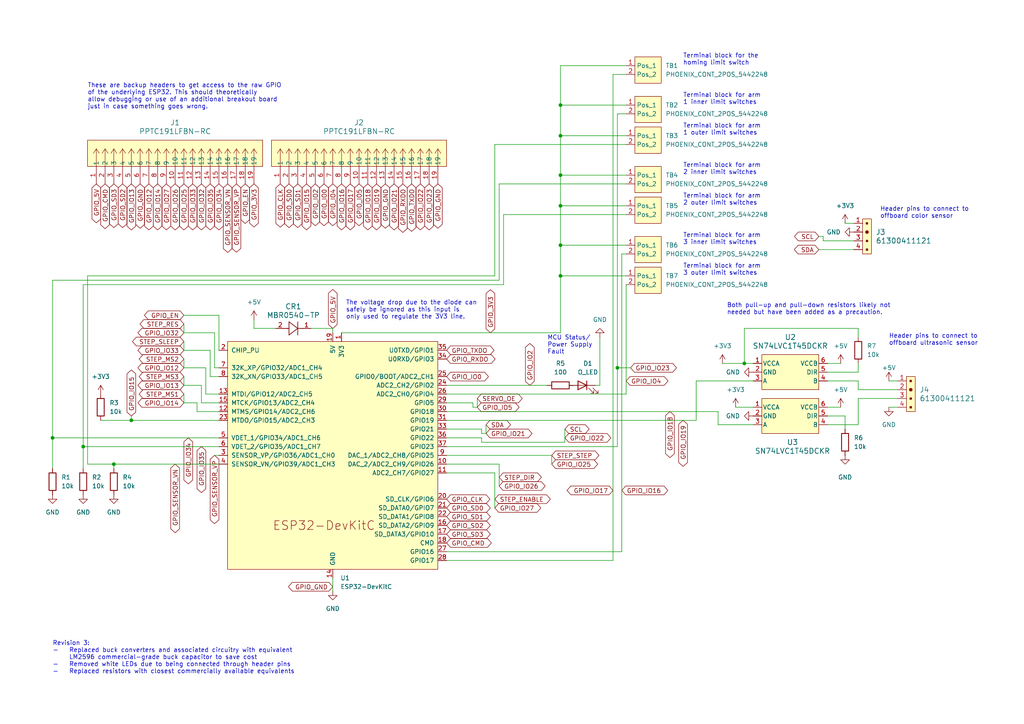
<source format=kicad_sch>
(kicad_sch (version 20230121) (generator eeschema)
  (paper "A4")
  (title_block (title "Norbert Control Board v1 - MCU and Sensors") (date "2023-11-09") (rev "Rev 3") (company "ME380 - Team 20") (comment 1 "Author: Samuel Street"))
  (lib_symbols
    (symbol "Device:LED" (pin_numbers hide) (pin_names (offset 1.016) hide)
      (property "Reference" "D" (at 0 2.54 0))
      (property "Value" "LED" (at 0 -2.54 0))
      (symbol "LED_1_1"
        (pin passive line (at -3.81 0 0) (length 2.54) (name "K") (number "1"))
        (pin passive line (at 3.81 0 180) (length 2.54) (name "A") (number "2"))
      )
    )
    (symbol "Device:R" (pin_numbers hide) (pin_names (offset 0))
      (property "Reference" "R" (at 2.032 0 90))
      (property "Value" "R" (at 0 0 90))
      (symbol "R_1_1"
        (pin passive line (at 0 3.81 270) (length 1.27) (name "~") (number "1"))
        (pin passive line (at 0 -3.81 90) (length 1.27) (name "~") (number "2"))
      )
    )
    (symbol "PCM_Espressif:ESP32-DevKitC" (pin_names (offset 1.016))
      (property "Reference" "U" (at -30.48 38.1 0))
      (property "Value" "ESP32-DevKitC" (at -30.48 35.56 0))
      (symbol "ESP32-DevKitC_0_0"
        (text "ESP32-DevKitC" (at -2.54 -20.32 0) (effects (font (size 2.54 2.54))))
        (pin power_in line (at 0 -35.56 90) (length 2.54) (name "GND") (number "14"))
        (pin power_in line (at 0 35.56 270) (length 2.54) (name "5V") (number "19"))
      )
      (symbol "ESP32-DevKitC_1_1"
        (pin power_in line (at 2.54 35.56 270) (length 2.54) (name "3V3") (number "1"))
        (pin bidirectional line (at 33.02 -2.54 180) (length 2.54) (name "DAC_2/ADC2_CH9/GPIO26") (number "10"))
        (pin bidirectional line (at 33.02 -5.08 180) (length 2.54) (name "ADC2_CH7/GPIO27") (number "11"))
        (pin bidirectional line (at -33.02 12.7 0) (length 2.54) (name "MTMS/GPIO14/ADC2_CH6") (number "12"))
        (pin bidirectional line (at -33.02 17.78 0) (length 2.54) (name "MTDI/GPIO12/ADC2_CH5") (number "13"))
        (pin bidirectional line (at -33.02 15.24 0) (length 2.54) (name "MTCK/GPIO13/ADC2_CH4") (number "15"))
        (pin bidirectional line (at 33.02 -20.32 180) (length 2.54) (name "SD_DATA2/GPIO9") (number "16"))
        (pin bidirectional line (at 33.02 -22.86 180) (length 2.54) (name "SD_DATA3/GPIO10") (number "17"))
        (pin bidirectional line (at 33.02 -25.4 180) (length 2.54) (name "CMD") (number "18"))
        (pin input line (at -33.02 30.48 0) (length 2.54) (name "CHIP_PU") (number "2"))
        (pin bidirectional line (at 33.02 -12.7 180) (length 2.54) (name "SD_CLK/GPIO6") (number "20"))
        (pin bidirectional line (at 33.02 -15.24 180) (length 2.54) (name "SD_DATA0/GPIO7") (number "21"))
        (pin bidirectional line (at 33.02 -17.78 180) (length 2.54) (name "SD_DATA1/GPIO8") (number "22"))
        (pin bidirectional line (at -33.02 10.16 0) (length 2.54) (name "MTDO/GPIO15/ADC2_CH3") (number "23"))
        (pin bidirectional line (at 33.02 20.32 180) (length 2.54) (name "ADC2_CH2/GPIO2") (number "24"))
        (pin bidirectional line (at 33.02 22.86 180) (length 2.54) (name "GPIO0/BOOT/ADC2_CH1") (number "25"))
        (pin bidirectional line (at 33.02 17.78 180) (length 2.54) (name "ADC2_CH0/GPIO4") (number "26"))
        (pin bidirectional line (at 33.02 -27.94 180) (length 2.54) (name "GPIO16") (number "27"))
        (pin bidirectional line (at 33.02 -30.48 180) (length 2.54) (name "GPIO17") (number "28"))
        (pin bidirectional line (at 33.02 15.24 180) (length 2.54) (name "GPIO5") (number "29"))
        (pin input line (at -33.02 0 0) (length 2.54) (name "SENSOR_VP/GPIO36/ADC1_CH0") (number "3"))
        (pin bidirectional line (at 33.02 12.7 180) (length 2.54) (name "GPIO18") (number "30"))
        (pin bidirectional line (at 33.02 10.16 180) (length 2.54) (name "GPIO19") (number "31"))
        (pin passive line (at 0 -35.56 90) (length 2.54) hide (name "GND") (number "32"))
        (pin bidirectional line (at 33.02 7.62 180) (length 2.54) (name "GPIO21") (number "33"))
        (pin bidirectional line (at 33.02 27.94 180) (length 2.54) (name "U0RXD/GPIO3") (number "34"))
        (pin bidirectional line (at 33.02 30.48 180) (length 2.54) (name "U0TXD/GPIO1") (number "35"))
        (pin bidirectional line (at 33.02 5.08 180) (length 2.54) (name "GPIO22") (number "36"))
        (pin bidirectional line (at 33.02 2.54 180) (length 2.54) (name "GPIO23") (number "37"))
        (pin passive line (at 0 -35.56 90) (length 2.54) hide (name "GND") (number "38"))
        (pin input line (at -33.02 -2.54 0) (length 2.54) (name "SENSOR_VN/GPIO39/ADC1_CH3") (number "4"))
        (pin input line (at -33.02 5.08 0) (length 2.54) (name "VDET_1/GPIO34/ADC1_CH6") (number "5"))
        (pin input line (at -33.02 2.54 0) (length 2.54) (name "VDET_2/GPIO35/ADC1_CH7") (number "6"))
        (pin bidirectional line (at -33.02 25.4 0) (length 2.54) (name "32K_XP/GPIO32/ADC1_CH4") (number "7"))
        (pin bidirectional line (at -33.02 22.86 0) (length 2.54) (name "32K_XN/GPIO33/ADC1_CH5") (number "8"))
        (pin bidirectional line (at 33.02 0 180) (length 2.54) (name "DAC_1/ADC2_CH8/GPIO25") (number "9"))
      )
    )
    (symbol "phoenix_contacts:PHOENIX_CONT_2POS_5442248"
      (property "Reference" "TB" (at 0 0 0))
      (property "Value" "PHOENIX_CONT_2POS_5442248" (at 0 0 0))
      (symbol "PHOENIX_CONT_2POS_5442248_1_1"
        (pin bidirectional line (at -6.35 1.27 0) (length 2.54) (name "Pos_1") (number "1"))
        (pin bidirectional line (at -6.35 -1.27 0) (length 2.54) (name "Pos_2") (number "2"))
      )
    )
    (symbol "power:+3V3" (power) (pin_names (offset 0))
      (property "Value" "+3V3" (at 0 3.556 0))
      (symbol "+3V3_1_1"
        (pin power_in line (at 0 0 90) (length 0) hide (name "+3V3") (number "1"))
      )
    )
    (symbol "power:+5V" (power) (pin_names (offset 0))
      (property "Value" "+5V" (at 0 3.556 0))
      (symbol "+5V_1_1"
        (pin power_in line (at 0 0 90) (length 0) hide (name "+5V") (number "1"))
      )
    )
    (symbol "power:GND" (power) (pin_names (offset 0))
      (property "Value" "GND" (at 0 -3.81 0))
      (symbol "GND_1_1"
        (pin power_in line (at 0 0 270) (length 0) hide (name "GND") (number "1"))
      )
    )
    (symbol "ul_61300411121:61300411121" (pin_names (offset 0.254))
      (property "Reference" "J" (at 0 0 0))
      (property "Value" "61300411121" (at 0 0 0))
      (symbol "61300411121_1_1"
        (pin unspecified line (at -3.81 3.81 0) (length 2.54) (name "") (number "1"))
        (pin unspecified line (at -3.81 1.27 0) (length 2.54) (name "") (number "2"))
        (pin unspecified line (at -3.81 -1.27 0) (length 2.54) (name "") (number "3"))
        (pin unspecified line (at -3.81 -3.81 0) (length 2.54) (name "") (number "4"))
      )
      (symbol "61300411121_1_2"
        (pin unspecified line (at 0 0 0) (length 5.08) (name "1") (number "1"))
        (pin unspecified line (at 0 -2.54 0) (length 5.08) (name "2") (number "2"))
        (pin unspecified line (at 0 -5.08 0) (length 5.08) (name "3") (number "3"))
        (pin unspecified line (at 0 -7.62 0) (length 5.08) (name "4") (number "4"))
      )
    )
    (symbol "ul_MBR0540-TP:MBR0540-TP" (pin_names (offset 0.254))
      (property "Reference" "CR" (at 5.08 4.445 0))
      (property "Value" "MBR0540-TP" (at 5.08 -3.81 0))
      (symbol "MBR0540-TP_1_1"
        (pin unspecified line (at 10.16 0 180) (length 2.54) (name "") (number "1"))
        (pin unspecified line (at 0 0 0) (length 2.54) (name "") (number "2"))
      )
      (symbol "MBR0540-TP_1_2"
        (pin unspecified line (at 0 10.16 270) (length 2.54) (name "") (number "1"))
        (pin unspecified line (at 0 0 90) (length 2.54) (name "") (number "2"))
      )
    )
    (symbol "ul_PPTC191LFBN-RC:PPTC191LFBN-RC" (pin_names (offset 0.254))
      (property "Reference" "J" (at 0 29.21 0))
      (property "Value" "PPTC191LFBN-RC" (at 0 0 0))
      (symbol "PPTC191LFBN-RC_1_1"
        (pin unspecified line (at -8.89 22.86 0) (length 5.08) (name "1") (number "1"))
        (pin unspecified line (at -8.89 0 0) (length 5.08) (name "10") (number "10"))
        (pin unspecified line (at -8.89 -2.54 0) (length 5.08) (name "11") (number "11"))
        (pin unspecified line (at -8.89 -5.08 0) (length 5.08) (name "12") (number "12"))
        (pin unspecified line (at -8.89 -7.62 0) (length 5.08) (name "13") (number "13"))
        (pin unspecified line (at -8.89 -10.16 0) (length 5.08) (name "14") (number "14"))
        (pin unspecified line (at -8.89 -12.7 0) (length 5.08) (name "15") (number "15"))
        (pin unspecified line (at -8.89 -15.24 0) (length 5.08) (name "16") (number "16"))
        (pin unspecified line (at -8.89 -17.78 0) (length 5.08) (name "17") (number "17"))
        (pin unspecified line (at -8.89 -20.32 0) (length 5.08) (name "18") (number "18"))
        (pin unspecified line (at -8.89 -22.86 0) (length 5.08) (name "19") (number "19"))
        (pin unspecified line (at -8.89 20.32 0) (length 5.08) (name "2") (number "2"))
        (pin unspecified line (at -8.89 17.78 0) (length 5.08) (name "3") (number "3"))
        (pin unspecified line (at -8.89 15.24 0) (length 5.08) (name "4") (number "4"))
        (pin unspecified line (at -8.89 12.7 0) (length 5.08) (name "5") (number "5"))
        (pin unspecified line (at -8.89 10.16 0) (length 5.08) (name "6") (number "6"))
        (pin unspecified line (at -8.89 7.62 0) (length 5.08) (name "7") (number "7"))
        (pin unspecified line (at -8.89 5.08 0) (length 5.08) (name "8") (number "8"))
        (pin unspecified line (at -8.89 2.54 0) (length 5.08) (name "9") (number "9"))
      )
      (symbol "PPTC191LFBN-RC_1_2"
        (pin unspecified line (at 0 0 0) (length 5.08) (name "1") (number "1"))
        (pin unspecified line (at 0 -22.86 0) (length 5.08) (name "10") (number "10"))
        (pin unspecified line (at 0 -25.4 0) (length 5.08) (name "11") (number "11"))
        (pin unspecified line (at 0 -27.94 0) (length 5.08) (name "12") (number "12"))
        (pin unspecified line (at 0 -30.48 0) (length 5.08) (name "13") (number "13"))
        (pin unspecified line (at 0 -33.02 0) (length 5.08) (name "14") (number "14"))
        (pin unspecified line (at 0 -35.56 0) (length 5.08) (name "15") (number "15"))
        (pin unspecified line (at 0 -38.1 0) (length 5.08) (name "16") (number "16"))
        (pin unspecified line (at 0 -40.64 0) (length 5.08) (name "17") (number "17"))
        (pin unspecified line (at 0 -43.18 0) (length 5.08) (name "18") (number "18"))
        (pin unspecified line (at 0 -45.72 0) (length 5.08) (name "19") (number "19"))
        (pin unspecified line (at 0 -2.54 0) (length 5.08) (name "2") (number "2"))
        (pin unspecified line (at 0 -5.08 0) (length 5.08) (name "3") (number "3"))
        (pin unspecified line (at 0 -7.62 0) (length 5.08) (name "4") (number "4"))
        (pin unspecified line (at 0 -10.16 0) (length 5.08) (name "5") (number "5"))
        (pin unspecified line (at 0 -12.7 0) (length 5.08) (name "6") (number "6"))
        (pin unspecified line (at 0 -15.24 0) (length 5.08) (name "7") (number "7"))
        (pin unspecified line (at 0 -17.78 0) (length 5.08) (name "8") (number "8"))
        (pin unspecified line (at 0 -20.32 0) (length 5.08) (name "9") (number "9"))
      )
    )
    (symbol "ul_SN74LVC1T45DCKR:SN74LVC1T45DCKR" (pin_names (offset 0.254))
      (property "Reference" "U" (at 0 0 0))
      (property "Value" "SN74LVC1T45DCKR" (at 0 0 0))
      (symbol "SN74LVC1T45DCKR_1_1"
        (pin power_in line (at -10.16 2.54 0) (length 2.54) (name "VCCA") (number "1"))
        (pin power_in line (at -10.16 0 0) (length 2.54) (name "GND") (number "2"))
        (pin input line (at -10.16 -2.54 0) (length 2.54) (name "A") (number "3"))
        (pin input line (at 11.43 -2.54 180) (length 2.54) (name "B") (number "4"))
        (pin input line (at 11.43 0 180) (length 2.54) (name "DIR") (number "5"))
        (pin power_in line (at 11.43 2.54 180) (length 2.54) (name "VCCB") (number "6"))
      )
    )
  )
  (junction (at 179.07 106.68))
  (junction (at 162.56 59.69))
  (junction (at 162.56 50.8))
  (junction (at 162.56 80.01))
  (junction (at 215.9 105.41))
  (junction (at 162.56 39.37))
  (junction (at 38.1 121.92))
  (junction (at 33.02 134.62))
  (junction (at 24.13 129.54))
  (junction (at 15.24 127))
  (junction (at 162.56 71.12))
  (junction (at 162.56 30.48))
  (wire (pts (xy 248.92 110.49) (xy 248.92 113.03)))
  (wire (pts (xy 144.78 134.62) (xy 144.78 140.97)))
  (wire (pts (xy 162.56 80.01) (xy 181.61 80.01)))
  (wire (pts (xy 257.81 118.11) (xy 260.35 118.11)))
  (wire (pts (xy 129.54 124.46) (xy 139.7 124.46)))
  (wire (pts (xy 25.4 80.01) (xy 25.4 134.62)))
  (wire (pts (xy 53.34 109.22) (xy 53.34 111.76)))
  (wire (pts (xy 237.49 72.39) (xy 247.65 72.39)))
  (wire (pts (xy 240.03 123.19) (xy 248.92 123.19)))
  (wire (pts (xy 257.81 110.49) (xy 260.35 110.49)))
  (wire (pts (xy 248.92 105.41) (xy 248.92 107.95)))
  (wire (pts (xy 53.34 114.3) (xy 53.34 116.84)))
  (wire (pts (xy 138.43 115.57) (xy 138.43 118.11)))
  (wire (pts (xy 15.24 127) (xy 15.24 135.89)))
  (wire (pts (xy 248.92 123.19) (xy 248.92 115.57)))
  (wire (pts (xy 29.21 121.92) (xy 38.1 121.92)))
  (wire (pts (xy 182.88 106.68) (xy 179.07 106.68)))
  (wire (pts (xy 53.34 104.14) (xy 53.34 106.68)))
  (wire (pts (xy 208.28 119.38) (xy 208.28 123.19)))
  (wire (pts (xy 53.34 96.52) (xy 53.34 93.98)))
  (wire (pts (xy 173.99 97.79) (xy 173.99 111.76)))
  (wire (pts (xy 139.7 125.73) (xy 140.97 125.73)))
  (wire (pts (xy 53.34 99.06) (xy 53.34 101.6)))
  (wire (pts (xy 129.54 160.02) (xy 180.34 160.02)))
  (wire (pts (xy 140.97 125.73) (xy 140.97 123.19)))
  (wire (pts (xy 180.34 73.66) (xy 181.61 73.66)))
  (wire (pts (xy 209.55 105.41) (xy 215.9 105.41)))
  (wire (pts (xy 144.78 81.28) (xy 144.78 53.34)))
  (wire (pts (xy 59.69 114.3) (xy 63.5 114.3)))
  (wire (pts (xy 57.15 116.84) (xy 57.15 119.38)))
  (wire (pts (xy 129.54 119.38) (xy 208.28 119.38)))
  (wire (pts (xy 73.66 92.71) (xy 73.66 95.25)))
  (wire (pts (xy 179.07 33.02) (xy 179.07 106.68)))
  (wire (pts (xy 96.52 95.25) (xy 96.52 96.52)))
  (wire (pts (xy 144.78 81.28) (xy 15.24 81.28)))
  (wire (pts (xy 201.93 121.92) (xy 201.93 110.49)))
  (wire (pts (xy 201.93 110.49) (xy 218.44 110.49)))
  (wire (pts (xy 240.03 120.65) (xy 245.11 120.65)))
  (wire (pts (xy 179.07 106.68) (xy 179.07 129.54)))
  (wire (pts (xy 96.52 171.45) (xy 96.52 167.64)))
  (wire (pts (xy 63.5 91.44) (xy 63.5 101.6)))
  (wire (pts (xy 162.56 96.52) (xy 99.06 96.52)))
  (wire (pts (xy 177.8 21.59) (xy 177.8 162.56)))
  (wire (pts (xy 63.5 109.22) (xy 60.96 109.22)))
  (wire (pts (xy 24.13 129.54) (xy 63.5 129.54)))
  (wire (pts (xy 237.49 68.58) (xy 238.76 68.58)))
  (wire (pts (xy 24.13 82.55) (xy 24.13 129.54)))
  (wire (pts (xy 73.66 95.25) (xy 80.01 95.25)))
  (wire (pts (xy 163.83 124.46) (xy 163.83 128.27)))
  (wire (pts (xy 143.51 137.16) (xy 129.54 137.16)))
  (wire (pts (xy 38.1 120.65) (xy 38.1 121.92)))
  (wire (pts (xy 160.02 134.62) (xy 160.02 132.08)))
  (wire (pts (xy 57.15 119.38) (xy 63.5 119.38)))
  (wire (pts (xy 58.42 116.84) (xy 63.5 116.84)))
  (wire (pts (xy 240.03 118.11) (xy 243.84 118.11)))
  (wire (pts (xy 162.56 71.12) (xy 181.61 71.12)))
  (wire (pts (xy 24.13 129.54) (xy 24.13 135.89)))
  (wire (pts (xy 62.23 132.08) (xy 63.5 132.08)))
  (wire (pts (xy 162.56 59.69) (xy 162.56 71.12)))
  (wire (pts (xy 33.02 134.62) (xy 63.5 134.62)))
  (wire (pts (xy 208.28 123.19) (xy 218.44 123.19)))
  (wire (pts (xy 162.56 71.12) (xy 162.56 80.01)))
  (wire (pts (xy 248.92 115.57) (xy 260.35 115.57)))
  (wire (pts (xy 139.7 127) (xy 139.7 128.27)))
  (wire (pts (xy 162.56 50.8) (xy 181.61 50.8)))
  (wire (pts (xy 53.34 91.44) (xy 63.5 91.44)))
  (wire (pts (xy 58.42 111.76) (xy 58.42 116.84)))
  (wire (pts (xy 53.34 111.76) (xy 58.42 111.76)))
  (wire (pts (xy 181.61 82.55) (xy 181.61 114.3)))
  (wire (pts (xy 60.96 109.22) (xy 60.96 101.6)))
  (wire (pts (xy 215.9 105.41) (xy 218.44 105.41)))
  (wire (pts (xy 59.69 106.68) (xy 59.69 114.3)))
  (wire (pts (xy 143.51 137.16) (xy 143.51 147.32)))
  (wire (pts (xy 129.54 129.54) (xy 179.07 129.54)))
  (wire (pts (xy 137.16 116.84) (xy 137.16 118.11)))
  (wire (pts (xy 173.99 111.76) (xy 172.72 111.76)))
  (wire (pts (xy 180.34 73.66) (xy 180.34 160.02)))
  (wire (pts (xy 162.56 59.69) (xy 181.61 59.69)))
  (wire (pts (xy 181.61 33.02) (xy 179.07 33.02)))
  (wire (pts (xy 146.05 82.55) (xy 24.13 82.55)))
  (wire (pts (xy 160.02 132.08) (xy 129.54 132.08)))
  (wire (pts (xy 165.1 111.76) (xy 166.37 111.76)))
  (wire (pts (xy 162.56 96.52) (xy 162.56 80.01)))
  (wire (pts (xy 245.11 120.65) (xy 245.11 124.46)))
  (wire (pts (xy 146.05 82.55) (xy 146.05 62.23)))
  (wire (pts (xy 129.54 114.3) (xy 181.61 114.3)))
  (wire (pts (xy 90.17 95.25) (xy 96.52 95.25)))
  (wire (pts (xy 162.56 39.37) (xy 181.61 39.37)))
  (wire (pts (xy 162.56 30.48) (xy 181.61 30.48)))
  (wire (pts (xy 129.54 127) (xy 139.7 127)))
  (wire (pts (xy 25.4 134.62) (xy 33.02 134.62)))
  (wire (pts (xy 248.92 95.25) (xy 215.9 95.25)))
  (wire (pts (xy 33.02 134.62) (xy 33.02 135.89)))
  (wire (pts (xy 139.7 128.27) (xy 163.83 128.27)))
  (wire (pts (xy 215.9 95.25) (xy 215.9 105.41)))
  (wire (pts (xy 129.54 116.84) (xy 137.16 116.84)))
  (wire (pts (xy 213.36 118.11) (xy 218.44 118.11)))
  (wire (pts (xy 238.76 68.58) (xy 238.76 69.85)))
  (wire (pts (xy 143.51 41.91) (xy 143.51 80.01)))
  (wire (pts (xy 129.54 111.76) (xy 158.75 111.76)))
  (wire (pts (xy 144.78 53.34) (xy 181.61 53.34)))
  (wire (pts (xy 144.78 134.62) (xy 129.54 134.62)))
  (wire (pts (xy 238.76 69.85) (xy 247.65 69.85)))
  (wire (pts (xy 53.34 96.52) (xy 62.23 96.52)))
  (wire (pts (xy 146.05 62.23) (xy 181.61 62.23)))
  (wire (pts (xy 162.56 39.37) (xy 162.56 50.8)))
  (wire (pts (xy 143.51 41.91) (xy 181.61 41.91)))
  (wire (pts (xy 15.24 81.28) (xy 15.24 127)))
  (wire (pts (xy 137.16 118.11) (xy 138.43 118.11)))
  (wire (pts (xy 15.24 127) (xy 63.5 127)))
  (wire (pts (xy 139.7 124.46) (xy 139.7 125.73)))
  (wire (pts (xy 162.56 50.8) (xy 162.56 59.69)))
  (wire (pts (xy 129.54 121.92) (xy 201.93 121.92)))
  (wire (pts (xy 240.03 105.41) (xy 243.84 105.41)))
  (wire (pts (xy 240.03 107.95) (xy 248.92 107.95)))
  (wire (pts (xy 53.34 116.84) (xy 57.15 116.84)))
  (wire (pts (xy 177.8 21.59) (xy 181.61 21.59)))
  (wire (pts (xy 38.1 121.92) (xy 63.5 121.92)))
  (wire (pts (xy 60.96 101.6) (xy 53.34 101.6)))
  (wire (pts (xy 248.92 113.03) (xy 260.35 113.03)))
  (wire (pts (xy 245.11 64.77) (xy 247.65 64.77)))
  (wire (pts (xy 162.56 19.05) (xy 181.61 19.05)))
  (wire (pts (xy 162.56 30.48) (xy 162.56 39.37)))
  (wire (pts (xy 129.54 162.56) (xy 177.8 162.56)))
  (wire (pts (xy 143.51 80.01) (xy 25.4 80.01)))
  (wire (pts (xy 248.92 95.25) (xy 248.92 97.79)))
  (wire (pts (xy 53.34 106.68) (xy 59.69 106.68)))
  (wire (pts (xy 62.23 106.68) (xy 63.5 106.68)))
  (wire (pts (xy 240.03 110.49) (xy 248.92 110.49)))
  (wire (pts (xy 162.56 19.05) (xy 162.56 30.48)))
  (wire (pts (xy 62.23 96.52) (xy 62.23 106.68)))
  (text "Header pins to connect to\noffboard ultrasonic sensor" (at 257.81 100.33 0) (effects (font (size 1.27 1.27)) (justify left bottom)))
  (text "Revision 3:\n-	Replaced buck converters and associated circuitry with equivalent\n	LM2596 commercial-grade buck capacitor to save cost\n-	Removed white LEDs due to being connected through header pins\n-	Replaced resistors with closest commercially available equivalents" (at 15.24 195.58 0) (effects (font (size 1.27 1.27)) (justify left bottom)))
  (text "Terminal block for the\nhoming limit switch" (at 198.12 19.05 0) (effects (font (size 1.27 1.27)) (justify left bottom)))
  (text "Terminal block for arm\n2 inner limit switches" (at 198.12 50.8 0) (effects (font (size 1.27 1.27)) (justify left bottom)))
  (text "These are backup headers to get access to the raw GPIO\nof the underlying ESP32. This should theoretically\nallow debugging or use of an additional breakout board\njust in case something goes wrong." (at 25.4 31.75 0) (effects (font (size 1.27 1.27)) (justify left bottom)))
  (text "Both pull-up and pull-down resistors likely not\nneeded but have been added as a precaution." (at 210.82 91.44 0) (effects (font (size 1.27 1.27)) (justify left bottom)))
  (text "MCU Status/\nPower Supply\nFault" (at 158.75 102.87 0) (effects (font (size 1.27 1.27)) (justify left bottom)))
  (text "Terminal block for arm\n3 outer limit switches" (at 198.12 80.01 0) (effects (font (size 1.27 1.27)) (justify left bottom)))
  (text "Header pins to connect to\noffboard color sensor" (at 255.27 63.5 0) (effects (font (size 1.27 1.27)) (justify left bottom)))
  (text "Terminal block for arm\n3 inner limit switches" (at 198.12 71.12 0) (effects (font (size 1.27 1.27)) (justify left bottom)))
  (text "Terminal block for arm\n1 outer limit switches" (at 198.12 39.37 0) (effects (font (size 1.27 1.27)) (justify left bottom)))
  (text "Terminal block for arm\n1 inner limit switches" (at 198.12 30.48 0) (effects (font (size 1.27 1.27)) (justify left bottom)))
  (text "The voltage drop due to the diode can\nsafely be ignored as this input is\nonly used to regulate the 3V3 line." (at 100.33 92.71 0) (effects (font (size 1.27 1.27)) (justify left bottom)))
  (text "Terminal block for arm\n2 outer limit switches" (at 198.12 59.69 0) (effects (font (size 1.27 1.27)) (justify left bottom)))
  (global_label "STEP_STEP" (shape bidirectional) (at 160.02 132.08 0) (property "Intersheetrefs" "${INTERSHEET_REFS}" (effects hide)))
  (global_label "GPIO_IO16" (shape bidirectional) (at 180.34 142.24 0) (property "Intersheetrefs" "${INTERSHEET_REFS}" (effects hide)))
  (global_label "GPIO_IO13" (shape bidirectional) (at 38.1 53.34 270) (property "Intersheetrefs" "${INTERSHEET_REFS}" (effects hide)))
  (global_label "GPIO_IO13" (shape bidirectional) (at 53.34 111.76 180) (property "Intersheetrefs" "${INTERSHEET_REFS}" (effects hide)))
  (global_label "GPIO_SD3" (shape bidirectional) (at 129.54 154.94 0) (property "Intersheetrefs" "${INTERSHEET_REFS}" (effects hide)))
  (global_label "SCL" (shape bidirectional) (at 237.49 68.58 180) (property "Intersheetrefs" "${INTERSHEET_REFS}" (effects hide)))
  (global_label "GPIO_RXDO" (shape bidirectional) (at 129.54 104.14 0) (property "Intersheetrefs" "${INTERSHEET_REFS}" (effects hide)))
  (global_label "GPIO_IO23" (shape bidirectional) (at 182.88 106.68 0) (property "Intersheetrefs" "${INTERSHEET_REFS}" (effects hide)))
  (global_label "GPIO_GND" (shape bidirectional) (at 40.64 53.34 270) (property "Intersheetrefs" "${INTERSHEET_REFS}" (effects hide)))
  (global_label "SDA" (shape bidirectional) (at 140.97 123.19 0) (property "Intersheetrefs" "${INTERSHEET_REFS}" (effects hide)))
  (global_label "GPIO_IO35" (shape bidirectional) (at 58.42 129.54 270) (property "Intersheetrefs" "${INTERSHEET_REFS}" (effects hide)))
  (global_label "GPIO_IO23" (shape bidirectional) (at 124.46 53.34 270) (property "Intersheetrefs" "${INTERSHEET_REFS}" (effects hide)))
  (global_label "GPIO_IO14" (shape bidirectional) (at 53.34 116.84 180) (property "Intersheetrefs" "${INTERSHEET_REFS}" (effects hide)))
  (global_label "GPIO_EN" (shape bidirectional) (at 53.34 91.44 180) (property "Intersheetrefs" "${INTERSHEET_REFS}" (effects hide)))
  (global_label "GPIO_TXDO" (shape bidirectional) (at 119.38 53.34 270) (property "Intersheetrefs" "${INTERSHEET_REFS}" (effects hide)))
  (global_label "GPIO_IO27" (shape bidirectional) (at 143.51 147.32 0) (property "Intersheetrefs" "${INTERSHEET_REFS}" (effects hide)))
  (global_label "GPIO_IO18" (shape bidirectional) (at 106.68 53.34 270) (property "Intersheetrefs" "${INTERSHEET_REFS}" (effects hide)))
  (global_label "GPIO_3V3" (shape bidirectional) (at 142.24 96.52 90) (property "Intersheetrefs" "${INTERSHEET_REFS}" (effects hide)))
  (global_label "GPIO_IO25" (shape bidirectional) (at 160.02 134.62 0) (property "Intersheetrefs" "${INTERSHEET_REFS}" (effects hide)))
  (global_label "GPIO_GND" (shape bidirectional) (at 111.76 53.34 270) (property "Intersheetrefs" "${INTERSHEET_REFS}" (effects hide)))
  (global_label "GPIO_CMD" (shape bidirectional) (at 129.54 157.48 0) (property "Intersheetrefs" "${INTERSHEET_REFS}" (effects hide)))
  (global_label "GPIO_IO27" (shape bidirectional) (at 48.26 53.34 270) (property "Intersheetrefs" "${INTERSHEET_REFS}" (effects hide)))
  (global_label "GPIO_RXDO" (shape bidirectional) (at 116.84 53.34 270) (property "Intersheetrefs" "${INTERSHEET_REFS}" (effects hide)))
  (global_label "GPIO_IO15" (shape bidirectional) (at 88.9 53.34 270) (property "Intersheetrefs" "${INTERSHEET_REFS}" (effects hide)))
  (global_label "GPIO_5V" (shape bidirectional) (at 96.52 95.25 90) (property "Intersheetrefs" "${INTERSHEET_REFS}" (effects hide)))
  (global_label "SERVO_OE" (shape bidirectional) (at 138.43 115.57 0) (property "Intersheetrefs" "${INTERSHEET_REFS}" (effects hide)))
  (global_label "GPIO_5V" (shape bidirectional) (at 27.94 53.34 270) (property "Intersheetrefs" "${INTERSHEET_REFS}" (effects hide)))
  (global_label "GPIO_IO19" (shape bidirectional) (at 109.22 53.34 270) (property "Intersheetrefs" "${INTERSHEET_REFS}" (effects hide)))
  (global_label "GPIO_IO5" (shape bidirectional) (at 138.43 118.11 0) (property "Intersheetrefs" "${INTERSHEET_REFS}" (effects hide)))
  (global_label "GPIO_SENSOR_VN" (shape bidirectional) (at 66.04 53.34 270) (property "Intersheetrefs" "${INTERSHEET_REFS}" (effects hide)))
  (global_label "GPIO_IO14" (shape bidirectional) (at 45.72 53.34 270) (property "Intersheetrefs" "${INTERSHEET_REFS}" (effects hide)))
  (global_label "GPIO_IO33" (shape bidirectional) (at 53.34 101.6 180) (property "Intersheetrefs" "${INTERSHEET_REFS}" (effects hide)))
  (global_label "GPIO_GND" (shape bidirectional) (at 127 53.34 270) (property "Intersheetrefs" "${INTERSHEET_REFS}" (effects hide)))
  (global_label "GPIO_IO32" (shape bidirectional) (at 58.42 53.34 270) (property "Intersheetrefs" "${INTERSHEET_REFS}" (effects hide)))
  (global_label "GPIO_IO12" (shape bidirectional) (at 53.34 106.68 180) (property "Intersheetrefs" "${INTERSHEET_REFS}" (effects hide)))
  (global_label "GPIO_SD1" (shape bidirectional) (at 86.36 53.34 270) (property "Intersheetrefs" "${INTERSHEET_REFS}" (effects hide)))
  (global_label "GPIO_SD2" (shape bidirectional) (at 35.56 53.34 270) (property "Intersheetrefs" "${INTERSHEET_REFS}" (effects hide)))
  (global_label "GPIO_GND" (shape bidirectional) (at 96.52 170.18 180) (property "Intersheetrefs" "${INTERSHEET_REFS}" (effects hide)))
  (global_label "STEP_RES" (shape bidirectional) (at 53.34 93.98 180) (property "Intersheetrefs" "${INTERSHEET_REFS}" (effects hide)))
  (global_label "GPIO_IO18" (shape bidirectional) (at 194.31 119.38 270) (property "Intersheetrefs" "${INTERSHEET_REFS}" (effects hide)))
  (global_label "GPIO_IO35" (shape bidirectional) (at 60.96 53.34 270) (property "Intersheetrefs" "${INTERSHEET_REFS}" (effects hide)))
  (global_label "GPIO_SD0" (shape bidirectional) (at 83.82 53.34 270) (property "Intersheetrefs" "${INTERSHEET_REFS}" (effects hide)))
  (global_label "GPIO_IO32" (shape bidirectional) (at 53.34 96.52 180) (property "Intersheetrefs" "${INTERSHEET_REFS}" (effects hide)))
  (global_label "GPIO_IO17" (shape bidirectional) (at 101.6 53.34 270) (property "Intersheetrefs" "${INTERSHEET_REFS}" (effects hide)))
  (global_label "GPIO_IO21" (shape bidirectional) (at 114.3 53.34 270) (property "Intersheetrefs" "${INTERSHEET_REFS}" (effects hide)))
  (global_label "GPIO_3V3" (shape bidirectional) (at 73.66 53.34 270) (property "Intersheetrefs" "${INTERSHEET_REFS}" (effects hide)))
  (global_label "GPIO_SENSOR_VN" (shape bidirectional) (at 50.8 134.62 270) (property "Intersheetrefs" "${INTERSHEET_REFS}" (effects hide)))
  (global_label "GPIO_IO33" (shape bidirectional) (at 55.88 53.34 270) (property "Intersheetrefs" "${INTERSHEET_REFS}" (effects hide)))
  (global_label "GPIO_IO17" (shape bidirectional) (at 177.8 142.24 180) (property "Intersheetrefs" "${INTERSHEET_REFS}" (effects hide)))
  (global_label "GPIO_IO4" (shape bidirectional) (at 96.52 53.34 270) (property "Intersheetrefs" "${INTERSHEET_REFS}" (effects hide)))
  (global_label "GPIO_IO34" (shape bidirectional) (at 54.61 127 270) (property "Intersheetrefs" "${INTERSHEET_REFS}" (effects hide)))
  (global_label "GPIO_CLK" (shape bidirectional) (at 81.28 53.34 270) (property "Intersheetrefs" "${INTERSHEET_REFS}" (effects hide)))
  (global_label "GPIO_IO0" (shape bidirectional) (at 129.54 109.22 0) (property "Intersheetrefs" "${INTERSHEET_REFS}" (effects hide)))
  (global_label "GPIO_IO26" (shape bidirectional) (at 144.78 140.97 0) (property "Intersheetrefs" "${INTERSHEET_REFS}" (effects hide)))
  (global_label "GPIO_IO25" (shape bidirectional) (at 53.34 53.34 270) (property "Intersheetrefs" "${INTERSHEET_REFS}" (effects hide)))
  (global_label "GPIO_TXDO" (shape bidirectional) (at 129.54 101.6 0) (property "Intersheetrefs" "${INTERSHEET_REFS}" (effects hide)))
  (global_label "SDA" (shape bidirectional) (at 237.49 72.39 180) (property "Intersheetrefs" "${INTERSHEET_REFS}" (effects hide)))
  (global_label "GPIO_IO12" (shape bidirectional) (at 43.18 53.34 270) (property "Intersheetrefs" "${INTERSHEET_REFS}" (effects hide)))
  (global_label "GPIO_CLK" (shape bidirectional) (at 129.54 144.78 0) (property "Intersheetrefs" "${INTERSHEET_REFS}" (effects hide)))
  (global_label "GPIO_CMD" (shape bidirectional) (at 30.48 53.34 270) (property "Intersheetrefs" "${INTERSHEET_REFS}" (effects hide)))
  (global_label "GPIO_IO16" (shape bidirectional) (at 99.06 53.34 270) (property "Intersheetrefs" "${INTERSHEET_REFS}" (effects hide)))
  (global_label "STEP_SLEEP" (shape bidirectional) (at 53.34 99.06 180) (property "Intersheetrefs" "${INTERSHEET_REFS}" (effects hide)))
  (global_label "GPIO_EN" (shape bidirectional) (at 71.12 53.34 270) (property "Intersheetrefs" "${INTERSHEET_REFS}" (effects hide)))
  (global_label "GPIO_SD3" (shape bidirectional) (at 33.02 53.34 270) (property "Intersheetrefs" "${INTERSHEET_REFS}" (effects hide)))
  (global_label "GPIO_IO34" (shape bidirectional) (at 63.5 53.34 270) (property "Intersheetrefs" "${INTERSHEET_REFS}" (effects hide)))
  (global_label "STEP_MS1" (shape bidirectional) (at 53.34 114.3 180) (property "Intersheetrefs" "${INTERSHEET_REFS}" (effects hide)))
  (global_label "GPIO_SD1" (shape bidirectional) (at 129.54 149.86 0) (property "Intersheetrefs" "${INTERSHEET_REFS}" (effects hide)))
  (global_label "GPIO_IO2" (shape bidirectional) (at 153.67 111.76 90) (property "Intersheetrefs" "${INTERSHEET_REFS}" (effects hide)))
  (global_label "SCL" (shape bidirectional) (at 163.83 124.46 0) (property "Intersheetrefs" "${INTERSHEET_REFS}" (effects hide)))
  (global_label "GPIO_IO2" (shape bidirectional) (at 91.44 53.34 270) (property "Intersheetrefs" "${INTERSHEET_REFS}" (effects hide)))
  (global_label "STEP_MS2" (shape bidirectional) (at 53.34 104.14 180) (property "Intersheetrefs" "${INTERSHEET_REFS}" (effects hide)))
  (global_label "GPIO_SENSOR_VP" (shape bidirectional) (at 68.58 53.34 270) (property "Intersheetrefs" "${INTERSHEET_REFS}" (effects hide)))
  (global_label "GPIO_IO22" (shape bidirectional) (at 163.83 127 0) (property "Intersheetrefs" "${INTERSHEET_REFS}" (effects hide)))
  (global_label "GPIO_SENSOR_VP" (shape bidirectional) (at 62.23 132.08 270) (property "Intersheetrefs" "${INTERSHEET_REFS}" (effects hide)))
  (global_label "GPIO_SD2" (shape bidirectional) (at 129.54 152.4 0) (property "Intersheetrefs" "${INTERSHEET_REFS}" (effects hide)))
  (global_label "GPIO_IO5" (shape bidirectional) (at 104.14 53.34 270) (property "Intersheetrefs" "${INTERSHEET_REFS}" (effects hide)))
  (global_label "GPIO_IO0" (shape bidirectional) (at 93.98 53.34 270) (property "Intersheetrefs" "${INTERSHEET_REFS}" (effects hide)))
  (global_label "GPIO_IO15" (shape bidirectional) (at 38.1 120.65 90) (property "Intersheetrefs" "${INTERSHEET_REFS}" (effects hide)))
  (global_label "GPIO_IO22" (shape bidirectional) (at 121.92 53.34 270) (property "Intersheetrefs" "${INTERSHEET_REFS}" (effects hide)))
  (global_label "STEP_DIR" (shape bidirectional) (at 144.78 138.43 0) (property "Intersheetrefs" "${INTERSHEET_REFS}" (effects hide)))
  (global_label "STEP_ENABLE" (shape bidirectional) (at 143.51 144.78 0) (property "Intersheetrefs" "${INTERSHEET_REFS}" (effects hide)))
  (global_label "GPIO_IO4" (shape bidirectional) (at 181.61 110.49 0) (property "Intersheetrefs" "${INTERSHEET_REFS}" (effects hide)))
  (global_label "STEP_MS3" (shape bidirectional) (at 53.34 109.22 180) (property "Intersheetrefs" "${INTERSHEET_REFS}" (effects hide)))
  (global_label "GPIO_SD0" (shape bidirectional) (at 129.54 147.32 0) (property "Intersheetrefs" "${INTERSHEET_REFS}" (effects hide)))
  (global_label "GPIO_IO26" (shape bidirectional) (at 50.8 53.34 270) (property "Intersheetrefs" "${INTERSHEET_REFS}" (effects hide)))
  (global_label "GPIO_IO19" (shape bidirectional) (at 198.12 121.92 270) (property "Intersheetrefs" "${INTERSHEET_REFS}" (effects hide)))
  (global_label "GPIO_IO21" (shape bidirectional) (at 140.97 125.73 0) (property "Intersheetrefs" "${INTERSHEET_REFS}" (effects hide)))
  (symbol (lib_id "ul_61300411121:61300411121") (at 264.16 114.3 0) (unit 1)
    (property "Reference" "J4" (at 266.7 113.03 0) (effects (font (size 1.524 1.524)) (justify left)))
    (property "Value" "61300411121" (at 266.7 115.57 0) (effects (font (size 1.524 1.524)) (justify left)))
    (property "Footprint" "ul_61300411121:CONN_61300411121_WRE" (effects hide))
    (property "Datasheet" "61300411121" (effects hide))
  )
  (symbol (lib_id "power:+5V") (at 73.66 92.71 0) (unit 1)
    (property "Reference" "#PWR05" (effects hide))
    (property "Value" "+5V" (at 73.66 87.63 0))
  )
  (symbol (lib_id "power:+3V3") (at 29.21 114.3 0) (unit 1)
    (property "Reference" "#PWR03" (effects hide))
    (property "Value" "+3V3" (at 29.21 109.22 0))
  )
  (symbol (lib_id "phoenix_contacts:PHOENIX_CONT_2POS_5442248") (at 187.96 31.75 0) (unit 1)
    (property "Reference" "TB2" (at 193.04 30.48 0) (effects (justify left)))
    (property "Value" "PHOENIX_CONT_2POS_5442248" (at 193.04 33.02 0) (effects (justify left)))
  )
  (symbol (lib_id "Device:R") (at 33.02 139.7 0) (unit 1)
    (property "Reference" "R4" (at 35.56 138.43 0) (effects (justify left)))
    (property "Value" "10k" (at 35.56 140.97 0) (effects (justify left)))
    (property "Footprint" "RC2010JK_078K2L:RESC5025X65N" (effects hide))
  )
  (symbol (lib_id "power:GND") (at 15.24 143.51 0) (unit 1)
    (property "Reference" "#PWR01" (effects hide))
    (property "Value" "GND" (at 15.24 148.59 0))
  )
  (symbol (lib_id "ul_MBR0540-TP:MBR0540-TP") (at 80.01 95.25 0) (unit 1)
    (property "Reference" "CR1" (at 85.09 88.9 0) (effects (font (size 1.524 1.524))))
    (property "Value" "MBR0540-TP" (at 85.09 91.44 0) (effects (font (size 1.524 1.524))))
    (property "Footprint" "ul_MBR0540-TP:SOD-123_MCC" (effects hide))
    (property "Datasheet" "MBR0540-TP" (effects hide))
  )
  (symbol (lib_id "phoenix_contacts:PHOENIX_CONT_2POS_5442248") (at 187.96 60.96 0) (unit 1)
    (property "Reference" "TB5" (at 193.04 59.69 0) (effects (justify left)))
    (property "Value" "PHOENIX_CONT_2POS_5442248" (at 193.04 62.23 0) (effects (justify left)))
  )
  (symbol (lib_id "phoenix_contacts:PHOENIX_CONT_2POS_5442248") (at 187.96 81.28 0) (unit 1)
    (property "Reference" "TB7" (at 193.04 80.01 0) (effects (justify left)))
    (property "Value" "PHOENIX_CONT_2POS_5442248" (at 193.04 82.55 0) (effects (justify left)))
  )
  (symbol (lib_id "power:GND") (at 24.13 143.51 0) (unit 1)
    (property "Reference" "#PWR02" (effects hide))
    (property "Value" "GND" (at 24.13 148.59 0))
  )
  (symbol (lib_id "power:GND") (at 218.44 120.65 270) (unit 1)
    (property "Reference" "#PWR011" (effects hide))
    (property "Value" "GND" (at 214.63 120.65 90) (effects (justify right)))
  )
  (symbol (lib_id "power:GND") (at 173.99 97.79 0) (mirror x) (unit 1)
    (property "Reference" "#PWR07" (effects hide))
    (property "Value" "GND" (at 173.99 92.71 0))
  )
  (symbol (lib_id "Device:R") (at 245.11 128.27 0) (unit 1)
    (property "Reference" "R6" (at 247.65 127 0) (effects (justify left)))
    (property "Value" "10k" (at 247.65 129.54 0) (effects (justify left)))
    (property "Footprint" "RC2010JK_078K2L:RESC5025X65N" (effects hide))
  )
  (symbol (lib_id "ul_SN74LVC1T45DCKR:SN74LVC1T45DCKR") (at 228.6 107.95 0) (unit 1)
    (property "Reference" "U2" (at 229.235 97.79 0) (effects (font (size 1.524 1.524))))
    (property "Value" "SN74LVC1T45DCKR" (at 229.235 100.33 0) (effects (font (size 1.524 1.524))))
    (property "Footprint" "ul_SN74LVC1T45DCKR:DCK6" (effects hide))
    (property "Datasheet" "SN74LVC1T45DCKR" (effects hide))
  )
  (symbol (lib_id "Device:LED") (at 168.91 111.76 0) (mirror y) (unit 1)
    (property "Reference" "D1" (at 170.4975 105.41 0))
    (property "Value" "O_LED" (at 170.4975 107.95 0))
    (property "Footprint" "LED_THT:LED_D5.0mm" (effects hide))
  )
  (symbol (lib_id "power:GND") (at 218.44 107.95 270) (unit 1)
    (property "Reference" "#PWR010" (effects hide))
    (property "Value" "GND" (at 214.63 107.95 90) (effects (justify right)))
  )
  (symbol (lib_id "power:GND") (at 257.81 118.11 0) (unit 1)
    (property "Reference" "#PWR018" (effects hide))
    (property "Value" "GND" (at 257.81 123.19 0))
  )
  (symbol (lib_id "power:+3V3") (at 209.55 105.41 0) (unit 1)
    (property "Reference" "#PWR08" (effects hide))
    (property "Value" "+3V3" (at 209.55 100.33 0))
  )
  (symbol (lib_id "phoenix_contacts:PHOENIX_CONT_2POS_5442248") (at 187.96 20.32 0) (unit 1)
    (property "Reference" "TB1" (at 193.04 19.05 0) (effects (justify left)))
    (property "Value" "PHOENIX_CONT_2POS_5442248" (at 193.04 21.59 0) (effects (justify left)))
  )
  (symbol (lib_id "ul_PPTC191LFBN-RC:PPTC191LFBN-RC") (at 50.8 44.45 90) (unit 1)
    (property "Reference" "J1" (at 50.8 35.56 90) (effects (font (size 1.524 1.524))))
    (property "Value" "PPTC191LFBN-RC" (at 50.8 38.1 90) (effects (font (size 1.524 1.524))))
    (property "Footprint" "ul_PPTC191LFBN-RC:CONN19_PPTC191LFBN-RC_SUL" (effects hide))
    (property "Datasheet" "PPTC191LFBN-RC" (effects hide))
  )
  (symbol (lib_id "PCM_Espressif:ESP32-DevKitC") (at 96.52 132.08 0) (unit 1)
    (property "Reference" "U1" (at 98.7141 167.64 0) (effects (justify left)))
    (property "Value" "ESP32-DevKitC" (at 98.7141 170.18 0) (effects (justify left)))
    (property "Footprint" "PCM_Espressif:ESP32-DevKitC" (effects hide))
    (property "Datasheet" "https://docs.espressif.com/projects/esp-idf/zh_CN/latest/esp32/hw-reference/esp32/get-started-devkitc.html" (effects hide))
  )
  (symbol (lib_id "Device:R") (at 29.21 118.11 0) (unit 1)
    (property "Reference" "R3" (at 31.75 116.84 0) (effects (justify left)))
    (property "Value" "10k" (at 31.75 119.38 0) (effects (justify left)))
    (property "Footprint" "RC2010JK_078K2L:RESC5025X65N" (effects hide))
  )
  (symbol (lib_id "Device:R") (at 24.13 139.7 0) (unit 1)
    (property "Reference" "R2" (at 26.67 138.43 0) (effects (justify left)))
    (property "Value" "10k" (at 26.67 140.97 0) (effects (justify left)))
    (property "Footprint" "RC2010JK_078K2L:RESC5025X65N" (effects hide))
  )
  (symbol (lib_id "power:+3V3") (at 213.36 118.11 0) (unit 1)
    (property "Reference" "#PWR09" (effects hide))
    (property "Value" "+3V3" (at 213.36 113.03 0))
  )
  (symbol (lib_id "phoenix_contacts:PHOENIX_CONT_2POS_5442248") (at 187.96 72.39 0) (unit 1)
    (property "Reference" "TB6" (at 193.04 71.12 0) (effects (justify left)))
    (property "Value" "PHOENIX_CONT_2POS_5442248" (at 193.04 73.66 0) (effects (justify left)))
  )
  (symbol (lib_id "phoenix_contacts:PHOENIX_CONT_2POS_5442248") (at 187.96 52.07 0) (unit 1)
    (property "Reference" "TB4" (at 193.04 50.8 0) (effects (justify left)))
    (property "Value" "PHOENIX_CONT_2POS_5442248" (at 193.04 53.34 0) (effects (justify left)))
  )
  (symbol (lib_id "phoenix_contacts:PHOENIX_CONT_2POS_5442248") (at 187.96 40.64 0) (unit 1)
    (property "Reference" "TB3" (at 193.04 39.37 0) (effects (justify left)))
    (property "Value" "PHOENIX_CONT_2POS_5442248" (at 193.04 41.91 0) (effects (justify left)))
  )
  (symbol (lib_id "power:GND") (at 245.11 132.08 0) (unit 1)
    (property "Reference" "#PWR015" (effects hide))
    (property "Value" "GND" (at 245.11 138.43 0))
  )
  (symbol (lib_id "power:GND") (at 247.65 67.31 270) (unit 1)
    (property "Reference" "#PWR016" (effects hide))
    (property "Value" "GND" (at 243.84 67.31 90) (effects (justify right)))
  )
  (symbol (lib_id "ul_61300411121:61300411121") (at 251.46 68.58 0) (unit 1)
    (property "Reference" "J3" (at 254 67.31 0) (effects (font (size 1.524 1.524)) (justify left)))
    (property "Value" "61300411121" (at 254 69.85 0) (effects (font (size 1.524 1.524)) (justify left)))
    (property "Footprint" "ul_61300411121:CONN_61300411121_WRE" (effects hide))
    (property "Datasheet" "61300411121" (effects hide))
  )
  (symbol (lib_id "Device:R") (at 162.56 111.76 270) (mirror x) (unit 1)
    (property "Reference" "R5" (at 162.56 105.41 90))
    (property "Value" "100" (at 162.56 107.95 90))
    (property "Footprint" "RC2010JK_078K2L:RESC5025X65N" (effects hide))
  )
  (symbol (lib_id "power:GND") (at 96.52 171.45 0) (unit 1)
    (property "Reference" "#PWR06" (effects hide))
    (property "Value" "GND" (at 96.52 176.53 0))
  )
  (symbol (lib_id "power:+5V") (at 243.84 105.41 0) (unit 1)
    (property "Reference" "#PWR012" (effects hide))
    (property "Value" "+5V" (at 243.84 100.33 0))
  )
  (symbol (lib_id "Device:R") (at 15.24 139.7 0) (unit 1)
    (property "Reference" "R1" (at 17.78 138.43 0) (effects (justify left)))
    (property "Value" "10k" (at 17.78 140.97 0) (effects (justify left)))
    (property "Footprint" "RC2010JK_078K2L:RESC5025X65N" (effects hide))
  )
  (symbol (lib_id "power:+5V") (at 243.84 118.11 0) (unit 1)
    (property "Reference" "#PWR013" (effects hide))
    (property "Value" "+5V" (at 243.84 113.03 0))
  )
  (symbol (lib_id "power:GND") (at 33.02 143.51 0) (unit 1)
    (property "Reference" "#PWR04" (effects hide))
    (property "Value" "GND" (at 33.02 148.59 0))
  )
  (symbol (lib_id "ul_SN74LVC1T45DCKR:SN74LVC1T45DCKR") (at 228.6 120.65 0) (unit 1)
    (property "Reference" "U3" (at 229.87 128.27 0) (effects (font (size 1.524 1.524))))
    (property "Value" "SN74LVC1T45DCKR" (at 229.87 130.81 0) (effects (font (size 1.524 1.524))))
    (property "Footprint" "ul_SN74LVC1T45DCKR:DCK6" (effects hide))
    (property "Datasheet" "SN74LVC1T45DCKR" (effects hide))
  )
  (symbol (lib_id "power:+5V") (at 257.81 110.49 0) (unit 1)
    (property "Reference" "#PWR017" (effects hide))
    (property "Value" "+5V" (at 257.81 106.68 0))
  )
  (symbol (lib_id "Device:R") (at 248.92 101.6 0) (unit 1)
    (property "Reference" "R7" (at 251.46 100.33 0) (effects (justify left)))
    (property "Value" "10k" (at 251.46 102.87 0) (effects (justify left)))
    (property "Footprint" "RC2010JK_078K2L:RESC5025X65N" (effects hide))
  )
  (symbol (lib_id "power:+3V3") (at 245.11 64.77 0) (unit 1)
    (property "Reference" "#PWR014" (effects hide))
    (property "Value" "+3V3" (at 245.11 59.69 0))
  )
  (symbol (lib_id "ul_PPTC191LFBN-RC:PPTC191LFBN-RC") (at 104.14 44.45 90) (unit 1)
    (property "Reference" "J2" (at 104.14 35.56 90) (effects (font (size 1.524 1.524))))
    (property "Value" "PPTC191LFBN-RC" (at 104.14 38.1 90) (effects (font (size 1.524 1.524))))
    (property "Footprint" "ul_PPTC191LFBN-RC:CONN19_PPTC191LFBN-RC_SUL" (effects hide))
    (property "Datasheet" "PPTC191LFBN-RC" (effects hide))
  )
  (sheet (at 0 238.76) (size 26.67 17.78) (stroke (width 0.1524))
    (property "Sheetname" "norbert_v1_pg3" (at 0 238.0484 0) (effects (justify left bottom)))
    (property "Sheetfile" "norbert_v1_pg3.kicad_sch" (at 0 257.1246 0) (effects (justify left top)))
  )
  (sheet (at 0 214.63) (size 26.67 17.78) (stroke (width 0.1524))
    (property "Sheetname" "norbert_v1_pg2" (at 0 213.9184 0) (effects (justify left bottom)))
    (property "Sheetfile" "norbert_v1_pg2.kicad_sch" (at 0 232.9946 0) (effects (justify left top)))
  )
)
</source>
